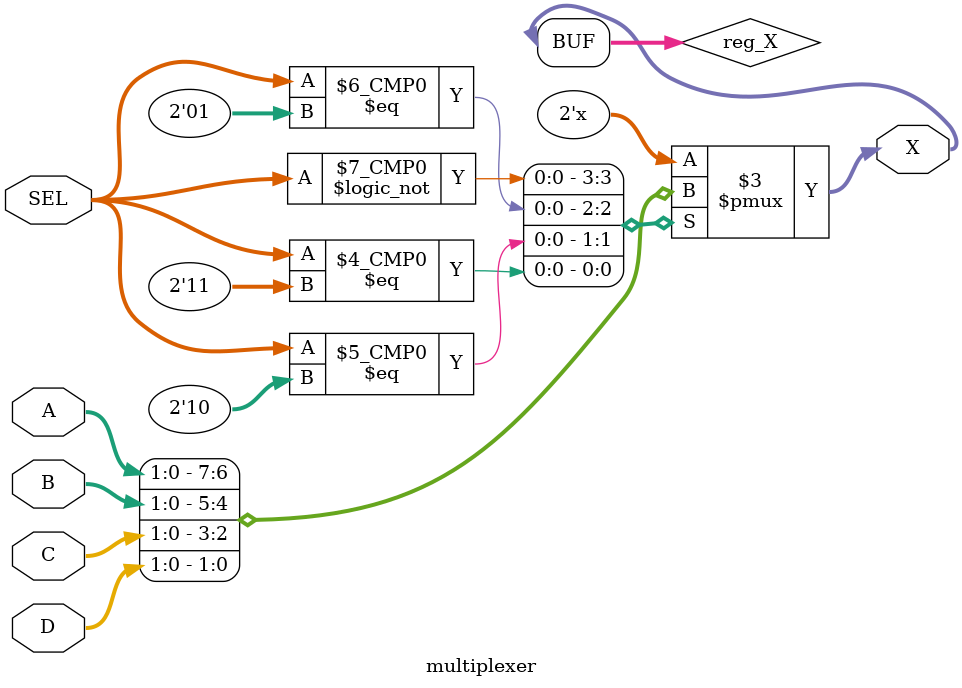
<source format=v>
module multiplexer(
    input [1:0]A,
    input [1:0]B,
    input [1:0]C,
    input [1:0]D,
    input [1:0]SEL,
    output [1:0]X
);

//YOUR CODE HERE
//TIPS: IN THE VERILOG CASE STATEMENT, YOU HAVE TO LIST ALL CONDITION TO AVIOD ANY AMBIGUOUS STATEMENT;

reg [1:0] reg_X = 2'b00;
assign X = reg_X;

always@(A, B, C, D, SEL)
    begin
    case(SEL)
        2'b00: reg_X=A;
        2'b01: reg_X=B;
        2'b10: reg_X=C;
        2'b11: reg_X=D;
    endcase
    end

endmodule
</source>
